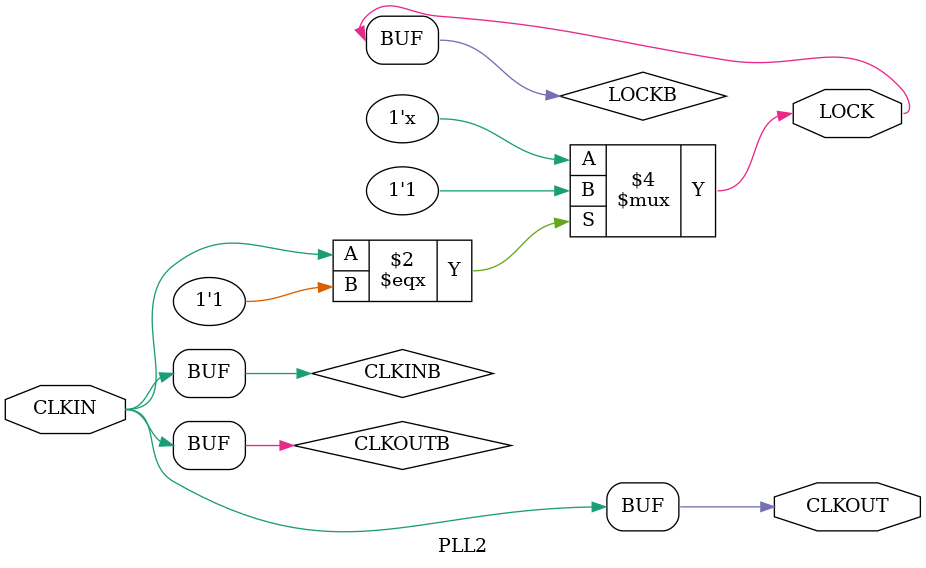
<source format=v>
`resetall
`timescale 1 ns / 1 ps

`celldefine

module PLL2 (CLKIN, CLKOUT, LOCK);

input  CLKIN;
output CLKOUT, LOCK;
reg  CLKOUTB, LOCKB;

   buf (CLKINB, CLKIN);
   buf (CLKOUT, CLKOUTB);
   buf (LOCK, LOCKB);

   always @ (CLKINB) begin
      if (CLKINB === 1'b1)
        begin
          CLKOUTB = CLKINB;
          LOCKB = 1;
        end
      else
        begin
          CLKOUTB = CLKINB;
        end
   end //end of the always loop


endmodule

`endcelldefine


</source>
